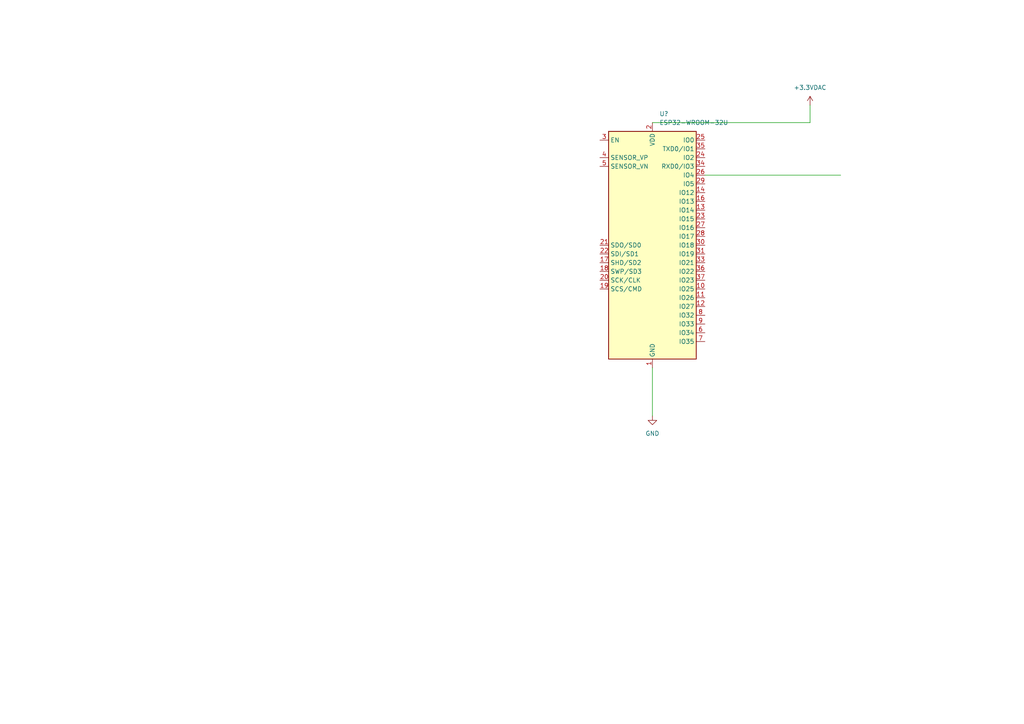
<source format=kicad_sch>
(kicad_sch (version 20211123) (generator eeschema)
  (paper "A4")
  (lib_symbols
    (symbol "RF_Module:ESP32-WROOM-32U"
      (property "Reference" "U" (at -12.7 34.29 0))
      (property "Value" "ESP32-WROOM-32U" (at 1.27 34.29 0))
      (symbol "ESP32-WROOM-32U_0_1"
        (rectangle (start -12.7 33.02) (end 12.7 -33.02) (stroke (width 0.254)) (fill (type background)))
      )
      (symbol "ESP32-WROOM-32U_1_1"
        (pin power_in line (at 0 -35.56 90) (length 2.54) (name "GND") (number "1"))
        (pin bidirectional line (at 15.24 -12.7 180) (length 2.54) (name "IO25") (number "10"))
        (pin bidirectional line (at 15.24 -15.24 180) (length 2.54) (name "IO26") (number "11"))
        (pin bidirectional line (at 15.24 -17.78 180) (length 2.54) (name "IO27") (number "12"))
        (pin bidirectional line (at 15.24 10.16 180) (length 2.54) (name "IO14") (number "13"))
        (pin bidirectional line (at 15.24 15.24 180) (length 2.54) (name "IO12") (number "14"))
        (pin passive line (at 0 -35.56 90) (length 2.54) hide (name "GND") (number "15"))
        (pin bidirectional line (at 15.24 12.7 180) (length 2.54) (name "IO13") (number "16"))
        (pin bidirectional line (at -15.24 -5.08 0) (length 2.54) (name "SHD/SD2") (number "17"))
        (pin bidirectional line (at -15.24 -7.62 0) (length 2.54) (name "SWP/SD3") (number "18"))
        (pin bidirectional line (at -15.24 -12.7 0) (length 2.54) (name "SCS/CMD") (number "19"))
        (pin power_in line (at 0 35.56 270) (length 2.54) (name "VDD") (number "2"))
        (pin bidirectional line (at -15.24 -10.16 0) (length 2.54) (name "SCK/CLK") (number "20"))
        (pin bidirectional line (at -15.24 0 0) (length 2.54) (name "SDO/SD0") (number "21"))
        (pin bidirectional line (at -15.24 -2.54 0) (length 2.54) (name "SDI/SD1") (number "22"))
        (pin bidirectional line (at 15.24 7.62 180) (length 2.54) (name "IO15") (number "23"))
        (pin bidirectional line (at 15.24 25.4 180) (length 2.54) (name "IO2") (number "24"))
        (pin bidirectional line (at 15.24 30.48 180) (length 2.54) (name "IO0") (number "25"))
        (pin bidirectional line (at 15.24 20.32 180) (length 2.54) (name "IO4") (number "26"))
        (pin bidirectional line (at 15.24 5.08 180) (length 2.54) (name "IO16") (number "27"))
        (pin bidirectional line (at 15.24 2.54 180) (length 2.54) (name "IO17") (number "28"))
        (pin bidirectional line (at 15.24 17.78 180) (length 2.54) (name "IO5") (number "29"))
        (pin input line (at -15.24 30.48 0) (length 2.54) (name "EN") (number "3"))
        (pin bidirectional line (at 15.24 0 180) (length 2.54) (name "IO18") (number "30"))
        (pin bidirectional line (at 15.24 -2.54 180) (length 2.54) (name "IO19") (number "31"))
        (pin no_connect line (at -12.7 -27.94 0) (length 2.54) hide (name "NC") (number "32"))
        (pin bidirectional line (at 15.24 -5.08 180) (length 2.54) (name "IO21") (number "33"))
        (pin bidirectional line (at 15.24 22.86 180) (length 2.54) (name "RXD0/IO3") (number "34"))
        (pin bidirectional line (at 15.24 27.94 180) (length 2.54) (name "TXD0/IO1") (number "35"))
        (pin bidirectional line (at 15.24 -7.62 180) (length 2.54) (name "IO22") (number "36"))
        (pin bidirectional line (at 15.24 -10.16 180) (length 2.54) (name "IO23") (number "37"))
        (pin passive line (at 0 -35.56 90) (length 2.54) hide (name "GND") (number "38"))
        (pin passive line (at 0 -35.56 90) (length 2.54) hide (name "GND") (number "39"))
        (pin input line (at -15.24 25.4 0) (length 2.54) (name "SENSOR_VP") (number "4"))
        (pin input line (at -15.24 22.86 0) (length 2.54) (name "SENSOR_VN") (number "5"))
        (pin input line (at 15.24 -25.4 180) (length 2.54) (name "IO34") (number "6"))
        (pin input line (at 15.24 -27.94 180) (length 2.54) (name "IO35") (number "7"))
        (pin bidirectional line (at 15.24 -20.32 180) (length 2.54) (name "IO32") (number "8"))
        (pin bidirectional line (at 15.24 -22.86 180) (length 2.54) (name "IO33") (number "9"))
      )
    )
    (symbol "power:+3.3VDAC" (power) (pin_names (offset 0))
      (property "Value" "+3.3VDAC" (at 0 2.54 0))
      (symbol "+3.3VDAC_0_0"
        (pin power_in line (at 0 0 90) (length 0) hide (name "+3.3VDAC") (number "1"))
      )
      (symbol "+3.3VDAC_0_1"
        (polyline (pts (xy -0.762 1.27) (xy 0 2.54)))
        (polyline (pts (xy 0 0) (xy 0 2.54)))
        (polyline (pts (xy 0 2.54) (xy 0.762 1.27)))
      )
    )
    (symbol "power:GND" (power) (pin_names (offset 0))
      (property "Value" "GND" (at 0 -3.81 0))
      (symbol "GND_0_1"
        (polyline (pts (xy 0 0) (xy 0 -1.27) (xy 1.27 -1.27) (xy 0 -2.54) (xy -1.27 -1.27) (xy 0 -1.27)))
      )
      (symbol "GND_1_1"
        (pin power_in line (at 0 0 270) (length 0) hide (name "GND") (number "1"))
      )
    )
  )
  (wire (pts (xy 204.47 50.8) (xy 243.84 50.8)))
  (wire (pts (xy 234.95 35.56) (xy 234.95 30.48)))
  (wire (pts (xy 189.23 35.56) (xy 234.95 35.56)))
  (wire (pts (xy 189.23 106.68) (xy 189.23 120.65)))
  (symbol (lib_id "power:+3.3VDAC") (at 234.95 30.48 0) (unit 1)
    (property "Reference" "#PWR?" (effects hide))
    (property "Value" "+3.3VDAC" (at 234.95 25.4 0))
  )
  (symbol (lib_id "RF_Module:ESP32-WROOM-32U") (at 189.23 71.12 0) (unit 1)
    (property "Reference" "U?" (at 191.2494 33.02 0) (effects (justify left)))
    (property "Value" "ESP32-WROOM-32U" (at 191.2494 35.56 0) (effects (justify left)))
    (property "Footprint" "RF_Module:ESP32-WROOM-32U" (effects hide))
    (property "Datasheet" "https://www.espressif.com/sites/default/files/documentation/esp32-wroom-32d_esp32-wroom-32u_datasheet_en.pdf" (effects hide))
  )
  (symbol (lib_id "power:GND") (at 189.23 120.65 0) (unit 1)
    (property "Reference" "#PWR?" (effects hide))
    (property "Value" "GND" (at 189.23 125.73 0))
  )
)
</source>
